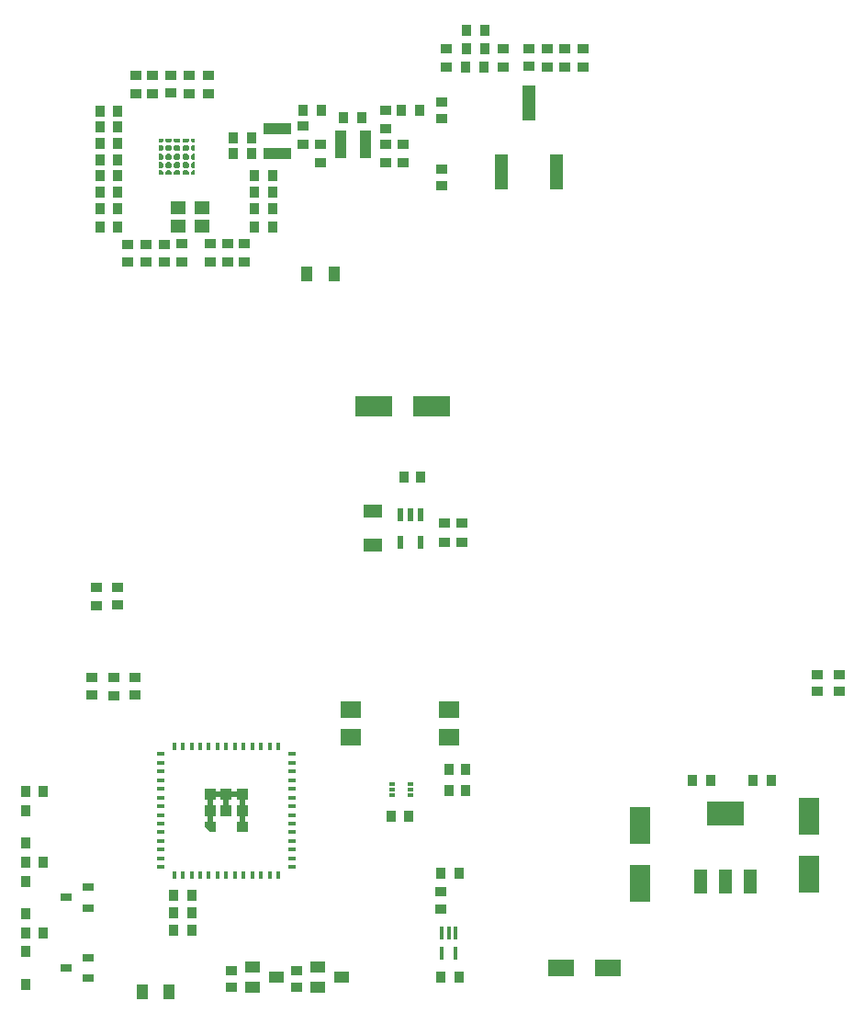
<source format=gtp>
G04*
G04 #@! TF.GenerationSoftware,Altium Limited,Altium Designer,24.5.2 (23)*
G04*
G04 Layer_Color=8421504*
%FSLAX25Y25*%
%MOIN*%
G70*
G04*
G04 #@! TF.SameCoordinates,CA4C738F-C60C-4ACC-8FA1-BFDE70A38C08*
G04*
G04*
G04 #@! TF.FilePolarity,Positive*
G04*
G01*
G75*
%ADD16R,0.03937X0.03543*%
%ADD17R,0.04016X0.03701*%
%ADD18R,0.03701X0.04016*%
%ADD19R,0.03543X0.03937*%
%ADD20R,0.05512X0.04724*%
%ADD21R,0.00100X0.00100*%
%ADD22R,0.03996X0.10000*%
%ADD23R,0.10000X0.03996*%
%ADD24R,0.03937X0.05591*%
%ADD25R,0.09252X0.06102*%
%ADD26R,0.05512X0.03937*%
%ADD27R,0.07480X0.05906*%
%ADD28R,0.01575X0.03150*%
%ADD29R,0.03150X0.01575*%
%ADD30R,0.04685X0.12992*%
%ADD31R,0.04331X0.02559*%
%ADD32R,0.02362X0.04724*%
%ADD33R,0.06693X0.04528*%
%ADD34R,0.13780X0.07284*%
%ADD35R,0.01937X0.01181*%
%ADD36R,0.01575X0.04724*%
%ADD37R,0.07284X0.13780*%
%ADD38R,0.13780X0.08661*%
%ADD39R,0.04724X0.08661*%
G36*
X75297Y336712D02*
X74401D01*
X73844Y337269D01*
Y338164D01*
X75297D01*
Y336712D01*
D02*
G37*
G36*
X73057Y337269D02*
X72500Y336712D01*
X71301D01*
X70745Y337269D01*
Y338164D01*
X73057D01*
Y337269D01*
D02*
G37*
G36*
X69957D02*
X69400Y336712D01*
X68201D01*
X67645Y337269D01*
Y338164D01*
X69957D01*
Y337269D01*
D02*
G37*
G36*
X66857D02*
X66300Y336712D01*
X65101D01*
X64544Y337269D01*
Y338164D01*
X66857D01*
Y337269D01*
D02*
G37*
G36*
X63757D02*
X63200Y336712D01*
X62304D01*
Y338164D01*
X63757D01*
Y337269D01*
D02*
G37*
G36*
X75297Y333612D02*
X74401D01*
X73844Y334169D01*
Y335368D01*
X74401Y335924D01*
X75297D01*
Y333612D01*
D02*
G37*
G36*
X73057Y335368D02*
Y334169D01*
X72500Y333612D01*
X71301D01*
X70745Y334169D01*
Y335368D01*
X71301Y335924D01*
X72500D01*
X73057Y335368D01*
D02*
G37*
G36*
X69957D02*
Y334169D01*
X69400Y333612D01*
X68201D01*
X67645Y334169D01*
Y335368D01*
X68201Y335924D01*
X69400D01*
X69957Y335368D01*
D02*
G37*
G36*
X66857D02*
Y334169D01*
X66300Y333612D01*
X65101D01*
X64544Y334169D01*
Y335368D01*
X65101Y335924D01*
X66300D01*
X66857Y335368D01*
D02*
G37*
G36*
X63757D02*
Y334169D01*
X63200Y333612D01*
X62304D01*
Y335924D01*
X63200D01*
X63757Y335368D01*
D02*
G37*
G36*
X75297Y330512D02*
X74401D01*
X73844Y331069D01*
Y332268D01*
X74401Y332824D01*
X75297D01*
Y330512D01*
D02*
G37*
G36*
X73057Y332268D02*
Y331069D01*
X72500Y330512D01*
X71301D01*
X70745Y331069D01*
Y332268D01*
X71301Y332824D01*
X72500D01*
X73057Y332268D01*
D02*
G37*
G36*
X69957D02*
Y331069D01*
X69400Y330512D01*
X68201D01*
X67645Y331069D01*
Y332268D01*
X68201Y332824D01*
X69400D01*
X69957Y332268D01*
D02*
G37*
G36*
X66857D02*
Y331069D01*
X66300Y330512D01*
X65101D01*
X64544Y331069D01*
Y332268D01*
X65101Y332824D01*
X66300D01*
X66857Y332268D01*
D02*
G37*
G36*
X63757D02*
Y331069D01*
X63200Y330512D01*
X62304D01*
Y332824D01*
X63200D01*
X63757Y332268D01*
D02*
G37*
G36*
X75297Y327412D02*
X74401D01*
X73844Y327969D01*
Y329168D01*
X74401Y329724D01*
X75297D01*
Y327412D01*
D02*
G37*
G36*
X73057Y329168D02*
Y327969D01*
X72500Y327412D01*
X71301D01*
X70745Y327969D01*
Y329168D01*
X71301Y329724D01*
X72500D01*
X73057Y329168D01*
D02*
G37*
G36*
X69957D02*
Y327969D01*
X69400Y327412D01*
X68201D01*
X67645Y327969D01*
Y329168D01*
X68201Y329724D01*
X69400D01*
X69957Y329168D01*
D02*
G37*
G36*
X66857D02*
Y327969D01*
X66300Y327412D01*
X65101D01*
X64544Y327969D01*
Y329168D01*
X65101Y329724D01*
X66300D01*
X66857Y329168D01*
D02*
G37*
G36*
X63757D02*
Y327969D01*
X63200Y327412D01*
X62304D01*
Y329724D01*
X63200D01*
X63757Y329168D01*
D02*
G37*
G36*
X75297Y325172D02*
X73844D01*
Y326068D01*
X74401Y326624D01*
X75297D01*
Y325172D01*
D02*
G37*
G36*
X73057Y326068D02*
Y325172D01*
X70745D01*
Y326068D01*
X71301Y326624D01*
X72500D01*
X73057Y326068D01*
D02*
G37*
G36*
X69957D02*
Y325172D01*
X67645D01*
Y326068D01*
X68201Y326624D01*
X69400D01*
X69957Y326068D01*
D02*
G37*
G36*
X66857D02*
Y325172D01*
X64544D01*
Y326068D01*
X65101Y326624D01*
X66300D01*
X66857Y326068D01*
D02*
G37*
G36*
X63757D02*
Y325172D01*
X62304D01*
Y326624D01*
X63200D01*
X63757Y326068D01*
D02*
G37*
G36*
X94488Y98425D02*
X93504D01*
Y96457D01*
X94488D01*
Y92520D01*
X93504D01*
Y90551D01*
X94488D01*
Y86614D01*
X90551D01*
Y90551D01*
X91535D01*
Y92520D01*
X90551D01*
Y96457D01*
X91535D01*
Y98425D01*
X90551D01*
Y99410D01*
X88583D01*
Y98425D01*
X87598D01*
Y96457D01*
X88583D01*
Y92520D01*
X84646D01*
Y96457D01*
X85630D01*
Y98425D01*
X84646D01*
Y99410D01*
X82677D01*
Y98425D01*
X81693D01*
Y96457D01*
X82677D01*
Y92520D01*
X81693D01*
Y90551D01*
X82677D01*
Y86614D01*
X80709D01*
X78740Y88583D01*
Y90551D01*
X79724D01*
Y92520D01*
X78740D01*
Y96457D01*
X79724D01*
Y98425D01*
X78740D01*
Y102362D01*
X82677D01*
Y101378D01*
X84646D01*
Y102362D01*
X88583D01*
Y101378D01*
X90551D01*
Y102362D01*
X94488D01*
Y98425D01*
D02*
G37*
D16*
X59881Y361024D02*
D03*
Y354331D02*
D03*
X53815Y361024D02*
D03*
Y354331D02*
D03*
X87008Y300197D02*
D03*
Y293504D02*
D03*
X150773Y336024D02*
D03*
Y329331D02*
D03*
X144342Y336030D02*
D03*
Y329337D02*
D03*
Y348406D02*
D03*
Y341714D02*
D03*
X120888Y329337D02*
D03*
Y336030D02*
D03*
X114606Y342717D02*
D03*
Y336024D02*
D03*
X73304Y361024D02*
D03*
Y354331D02*
D03*
X79997Y361024D02*
D03*
Y354331D02*
D03*
X70472Y300197D02*
D03*
Y293504D02*
D03*
X80709Y300197D02*
D03*
Y293504D02*
D03*
X93307Y300197D02*
D03*
Y293504D02*
D03*
X45840Y142717D02*
D03*
Y136024D02*
D03*
X39370Y175591D02*
D03*
Y168898D02*
D03*
X216142Y363976D02*
D03*
Y370669D02*
D03*
X209452Y370669D02*
D03*
Y363976D02*
D03*
X187057Y370669D02*
D03*
Y363976D02*
D03*
X203143Y363976D02*
D03*
Y370669D02*
D03*
X166535Y363976D02*
D03*
Y370669D02*
D03*
X172047Y191929D02*
D03*
Y198622D02*
D03*
X165748Y191929D02*
D03*
Y198622D02*
D03*
D17*
X164961Y345315D02*
D03*
Y351535D02*
D03*
X66611Y354842D02*
D03*
Y361063D02*
D03*
X57402Y299685D02*
D03*
Y293465D02*
D03*
X50709Y299685D02*
D03*
Y293465D02*
D03*
X64095Y299685D02*
D03*
Y293465D02*
D03*
X47244Y175354D02*
D03*
Y169134D02*
D03*
X37982Y136428D02*
D03*
Y142649D02*
D03*
X53485Y142649D02*
D03*
Y136428D02*
D03*
X112205Y36575D02*
D03*
Y30354D02*
D03*
X196372Y364458D02*
D03*
Y370679D02*
D03*
X309055Y143858D02*
D03*
Y137638D02*
D03*
X301181Y143858D02*
D03*
Y137638D02*
D03*
X88583Y36575D02*
D03*
Y30354D02*
D03*
X164961Y320974D02*
D03*
Y327195D02*
D03*
X164573Y58860D02*
D03*
Y65080D02*
D03*
D18*
X40863Y306102D02*
D03*
X47083D02*
D03*
X40863Y312795D02*
D03*
X47083D02*
D03*
X40863Y318701D02*
D03*
X47083D02*
D03*
X40863Y324606D02*
D03*
X47083D02*
D03*
X40863Y330512D02*
D03*
X47083D02*
D03*
X40863Y336417D02*
D03*
X47083D02*
D03*
X40863Y342323D02*
D03*
X47083D02*
D03*
X40863Y348228D02*
D03*
X47083D02*
D03*
X13819Y101378D02*
D03*
X20039D02*
D03*
X146496Y92520D02*
D03*
X152717D02*
D03*
X167362Y109455D02*
D03*
X173583D02*
D03*
X167425Y101741D02*
D03*
X173645D02*
D03*
X13819Y75787D02*
D03*
X20039D02*
D03*
X13819Y50197D02*
D03*
X20039D02*
D03*
X151017Y215425D02*
D03*
X157238D02*
D03*
D19*
X103619Y306102D02*
D03*
X96926D02*
D03*
X156857Y348509D02*
D03*
X150164D02*
D03*
X121299D02*
D03*
X114606D02*
D03*
X89213Y338583D02*
D03*
X95905D02*
D03*
X89213Y332677D02*
D03*
X95906D02*
D03*
X135839Y345760D02*
D03*
X129146D02*
D03*
X103619Y318701D02*
D03*
X96926D02*
D03*
X103619Y324606D02*
D03*
X96926D02*
D03*
X103619Y312795D02*
D03*
X96926D02*
D03*
X171260Y34086D02*
D03*
X164567D02*
D03*
X284425Y105547D02*
D03*
X277732D02*
D03*
X255866D02*
D03*
X262559D02*
D03*
X67520Y51175D02*
D03*
X74213D02*
D03*
X67520Y57505D02*
D03*
X74213D02*
D03*
X67520Y63737D02*
D03*
X74213D02*
D03*
X173866Y370731D02*
D03*
X180559D02*
D03*
X180096Y363953D02*
D03*
X173403D02*
D03*
X180512Y377559D02*
D03*
X173819D02*
D03*
X13780Y31496D02*
D03*
Y43307D02*
D03*
Y57087D02*
D03*
Y68898D02*
D03*
Y82677D02*
D03*
Y94488D02*
D03*
X171260Y71850D02*
D03*
X164567D02*
D03*
D20*
X77953Y306445D02*
D03*
X69291D02*
D03*
Y313138D02*
D03*
X77953D02*
D03*
D21*
X68801Y331668D02*
D03*
D22*
X136993Y336221D02*
D03*
X127993D02*
D03*
D23*
X105093Y341707D02*
D03*
Y332707D02*
D03*
D24*
X125787Y288976D02*
D03*
X115945D02*
D03*
X65945Y28740D02*
D03*
X56102D02*
D03*
D25*
X208071Y37551D02*
D03*
X225000D02*
D03*
D26*
X128347Y34055D02*
D03*
X119685Y30315D02*
D03*
Y37795D02*
D03*
X104724Y34055D02*
D03*
X96063Y30315D02*
D03*
Y37795D02*
D03*
D27*
X131890Y120984D02*
D03*
Y130984D02*
D03*
X167323D02*
D03*
Y120984D02*
D03*
D28*
X67716Y71260D02*
D03*
X70866D02*
D03*
X74016D02*
D03*
X77165D02*
D03*
X80315D02*
D03*
X83465D02*
D03*
X86614D02*
D03*
X89764D02*
D03*
X92913D02*
D03*
X96063D02*
D03*
X99213D02*
D03*
X102362D02*
D03*
X105512D02*
D03*
Y117717D02*
D03*
X102362D02*
D03*
X99213D02*
D03*
X96063D02*
D03*
X92913D02*
D03*
X89764D02*
D03*
X86614D02*
D03*
X83465D02*
D03*
X80315D02*
D03*
X77165D02*
D03*
X74016D02*
D03*
X70866D02*
D03*
X67716D02*
D03*
D29*
X110433Y74016D02*
D03*
Y77165D02*
D03*
Y80315D02*
D03*
Y83465D02*
D03*
Y86614D02*
D03*
Y89764D02*
D03*
Y92913D02*
D03*
Y96063D02*
D03*
Y99213D02*
D03*
Y102362D02*
D03*
Y105512D02*
D03*
Y108661D02*
D03*
Y111811D02*
D03*
Y114961D02*
D03*
X62795D02*
D03*
Y111811D02*
D03*
Y108661D02*
D03*
Y105512D02*
D03*
Y102362D02*
D03*
Y99213D02*
D03*
Y96063D02*
D03*
Y92913D02*
D03*
Y89764D02*
D03*
Y86614D02*
D03*
Y83465D02*
D03*
Y80315D02*
D03*
Y77165D02*
D03*
Y74016D02*
D03*
D30*
X186457Y325984D02*
D03*
X196457Y351181D02*
D03*
X206457Y325984D02*
D03*
D31*
X36614Y59213D02*
D03*
Y66772D02*
D03*
X28346Y62992D02*
D03*
X28346Y37402D02*
D03*
X36614Y41181D02*
D03*
Y33622D02*
D03*
D32*
X157283Y201772D02*
D03*
X153543D02*
D03*
X149803D02*
D03*
Y191929D02*
D03*
X157283D02*
D03*
D33*
X139741Y203051D02*
D03*
Y190650D02*
D03*
D34*
X161024Y241142D02*
D03*
X140157D02*
D03*
D35*
X146949Y100036D02*
D03*
Y102004D02*
D03*
Y103972D02*
D03*
X153516D02*
D03*
Y102004D02*
D03*
Y100036D02*
D03*
D36*
X169888Y42611D02*
D03*
X164770D02*
D03*
Y50092D02*
D03*
X167329D02*
D03*
X169888D02*
D03*
D37*
X236872Y68157D02*
D03*
Y89023D02*
D03*
X298206Y71488D02*
D03*
Y92354D02*
D03*
D38*
X267868Y93338D02*
D03*
D39*
X276923Y68929D02*
D03*
X267868D02*
D03*
X258813D02*
D03*
M02*

</source>
